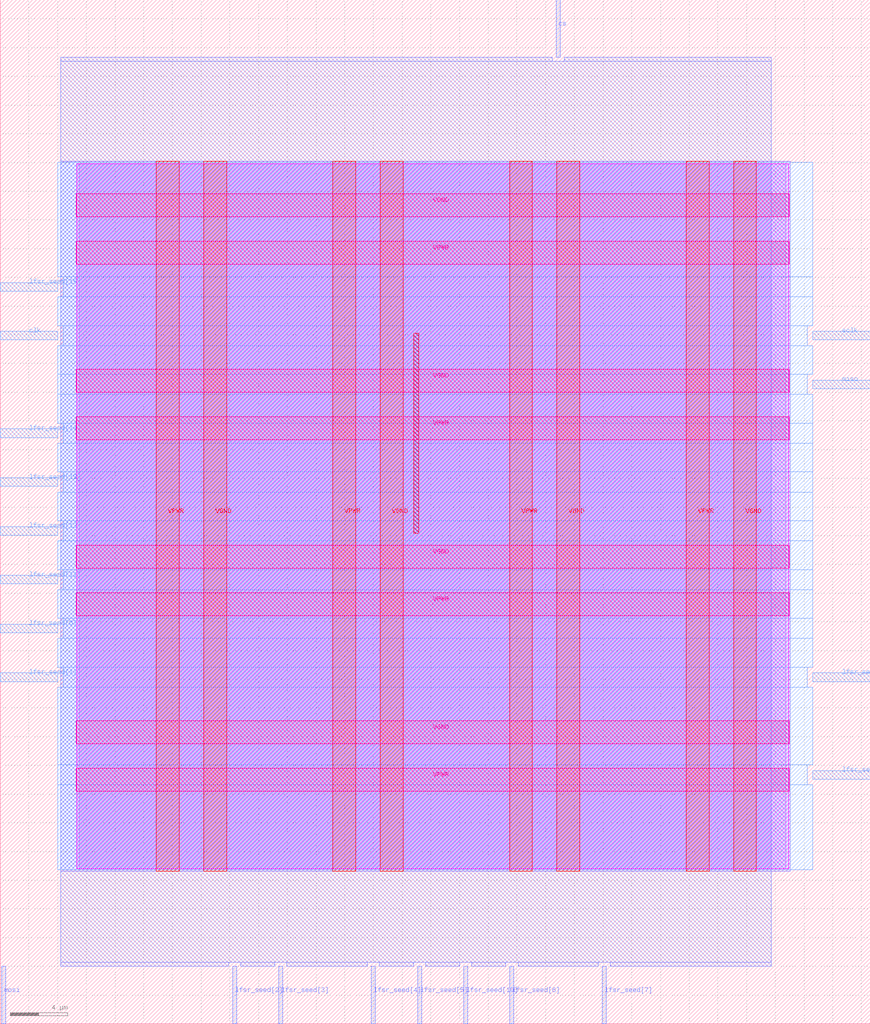
<source format=lef>
VERSION 5.7 ;
  NOWIREEXTENSIONATPIN ON ;
  DIVIDERCHAR "/" ;
  BUSBITCHARS "[]" ;
MACRO spi_slave3
  CLASS BLOCK ;
  FOREIGN spi_slave3 ;
  ORIGIN 0.000 0.000 ;
  SIZE 60.610 BY 71.330 ;
  PIN VGND
    DIRECTION INOUT ;
    USE GROUND ;
    PORT
      LAYER met4 ;
        RECT 14.170 10.640 15.770 60.080 ;
    END
    PORT
      LAYER met4 ;
        RECT 26.475 10.640 28.075 60.080 ;
    END
    PORT
      LAYER met4 ;
        RECT 38.780 10.640 40.380 60.080 ;
    END
    PORT
      LAYER met4 ;
        RECT 51.085 10.640 52.685 60.080 ;
    END
    PORT
      LAYER met5 ;
        RECT 5.280 19.500 54.980 21.100 ;
    END
    PORT
      LAYER met5 ;
        RECT 5.280 31.740 54.980 33.340 ;
    END
    PORT
      LAYER met5 ;
        RECT 5.280 43.980 54.980 45.580 ;
    END
    PORT
      LAYER met5 ;
        RECT 5.280 56.220 54.980 57.820 ;
    END
  END VGND
  PIN VPWR
    DIRECTION INOUT ;
    USE POWER ;
    PORT
      LAYER met4 ;
        RECT 10.870 10.640 12.470 60.080 ;
    END
    PORT
      LAYER met4 ;
        RECT 23.175 10.640 24.775 60.080 ;
    END
    PORT
      LAYER met4 ;
        RECT 35.480 10.640 37.080 60.080 ;
    END
    PORT
      LAYER met4 ;
        RECT 47.785 10.640 49.385 60.080 ;
    END
    PORT
      LAYER met5 ;
        RECT 5.280 16.200 54.980 17.800 ;
    END
    PORT
      LAYER met5 ;
        RECT 5.280 28.440 54.980 30.040 ;
    END
    PORT
      LAYER met5 ;
        RECT 5.280 40.680 54.980 42.280 ;
    END
    PORT
      LAYER met5 ;
        RECT 5.280 52.920 54.980 54.520 ;
    END
  END VPWR
  PIN clk
    DIRECTION INPUT ;
    USE SIGNAL ;
    ANTENNAGATEAREA 0.852000 ;
    PORT
      LAYER met3 ;
        RECT 0.000 47.640 4.000 48.240 ;
    END
  END clk
  PIN cs
    DIRECTION INPUT ;
    USE SIGNAL ;
    ANTENNAGATEAREA 0.196500 ;
    PORT
      LAYER met2 ;
        RECT 38.730 67.330 39.010 71.330 ;
    END
  END cs
  PIN lfsr_seed[0]
    DIRECTION INPUT ;
    USE SIGNAL ;
    ANTENNAGATEAREA 0.196500 ;
    PORT
      LAYER met3 ;
        RECT 0.000 27.240 4.000 27.840 ;
    END
  END lfsr_seed[0]
  PIN lfsr_seed[10]
    DIRECTION INPUT ;
    USE SIGNAL ;
    ANTENNAGATEAREA 0.196500 ;
    PORT
      LAYER met2 ;
        RECT 32.290 0.000 32.570 4.000 ;
    END
  END lfsr_seed[10]
  PIN lfsr_seed[11]
    DIRECTION INPUT ;
    USE SIGNAL ;
    ANTENNAGATEAREA 0.196500 ;
    PORT
      LAYER met3 ;
        RECT 0.000 30.640 4.000 31.240 ;
    END
  END lfsr_seed[11]
  PIN lfsr_seed[12]
    DIRECTION INPUT ;
    USE SIGNAL ;
    ANTENNAGATEAREA 0.196500 ;
    PORT
      LAYER met3 ;
        RECT 0.000 34.040 4.000 34.640 ;
    END
  END lfsr_seed[12]
  PIN lfsr_seed[13]
    DIRECTION INPUT ;
    USE SIGNAL ;
    ANTENNAGATEAREA 0.196500 ;
    PORT
      LAYER met3 ;
        RECT 0.000 37.440 4.000 38.040 ;
    END
  END lfsr_seed[13]
  PIN lfsr_seed[14]
    DIRECTION INPUT ;
    USE SIGNAL ;
    ANTENNAGATEAREA 0.196500 ;
    PORT
      LAYER met3 ;
        RECT 0.000 40.840 4.000 41.440 ;
    END
  END lfsr_seed[14]
  PIN lfsr_seed[15]
    DIRECTION INPUT ;
    USE SIGNAL ;
    ANTENNAGATEAREA 0.196500 ;
    PORT
      LAYER met3 ;
        RECT 0.000 51.040 4.000 51.640 ;
    END
  END lfsr_seed[15]
  PIN lfsr_seed[1]
    DIRECTION INPUT ;
    USE SIGNAL ;
    ANTENNAGATEAREA 0.196500 ;
    PORT
      LAYER met3 ;
        RECT 0.000 23.840 4.000 24.440 ;
    END
  END lfsr_seed[1]
  PIN lfsr_seed[2]
    DIRECTION INPUT ;
    USE SIGNAL ;
    ANTENNAGATEAREA 0.196500 ;
    PORT
      LAYER met2 ;
        RECT 16.190 0.000 16.470 4.000 ;
    END
  END lfsr_seed[2]
  PIN lfsr_seed[3]
    DIRECTION INPUT ;
    USE SIGNAL ;
    ANTENNAGATEAREA 0.196500 ;
    PORT
      LAYER met2 ;
        RECT 19.410 0.000 19.690 4.000 ;
    END
  END lfsr_seed[3]
  PIN lfsr_seed[4]
    DIRECTION INPUT ;
    USE SIGNAL ;
    ANTENNAGATEAREA 0.196500 ;
    PORT
      LAYER met2 ;
        RECT 25.850 0.000 26.130 4.000 ;
    END
  END lfsr_seed[4]
  PIN lfsr_seed[5]
    DIRECTION INPUT ;
    USE SIGNAL ;
    ANTENNAGATEAREA 0.196500 ;
    PORT
      LAYER met2 ;
        RECT 29.070 0.000 29.350 4.000 ;
    END
  END lfsr_seed[5]
  PIN lfsr_seed[6]
    DIRECTION INPUT ;
    USE SIGNAL ;
    ANTENNAGATEAREA 0.196500 ;
    PORT
      LAYER met2 ;
        RECT 35.510 0.000 35.790 4.000 ;
    END
  END lfsr_seed[6]
  PIN lfsr_seed[7]
    DIRECTION INPUT ;
    USE SIGNAL ;
    ANTENNAGATEAREA 0.196500 ;
    PORT
      LAYER met2 ;
        RECT 41.950 0.000 42.230 4.000 ;
    END
  END lfsr_seed[7]
  PIN lfsr_seed[8]
    DIRECTION INPUT ;
    USE SIGNAL ;
    ANTENNAGATEAREA 0.196500 ;
    PORT
      LAYER met3 ;
        RECT 56.610 17.040 60.610 17.640 ;
    END
  END lfsr_seed[8]
  PIN lfsr_seed[9]
    DIRECTION INPUT ;
    USE SIGNAL ;
    ANTENNAGATEAREA 0.196500 ;
    PORT
      LAYER met3 ;
        RECT 56.610 23.840 60.610 24.440 ;
    END
  END lfsr_seed[9]
  PIN miso
    DIRECTION OUTPUT ;
    USE SIGNAL ;
    ANTENNADIFFAREA 0.445500 ;
    PORT
      LAYER met3 ;
        RECT 56.610 44.240 60.610 44.840 ;
    END
  END miso
  PIN mosi
    DIRECTION INPUT ;
    USE SIGNAL ;
    PORT
      LAYER met2 ;
        RECT 0.090 0.000 0.370 4.000 ;
    END
  END mosi
  PIN sclk
    DIRECTION INPUT ;
    USE SIGNAL ;
    ANTENNAGATEAREA 0.196500 ;
    PORT
      LAYER met3 ;
        RECT 56.610 47.640 60.610 48.240 ;
    END
  END sclk
  OBS
      LAYER nwell ;
        RECT 5.330 10.795 54.930 59.925 ;
      LAYER li1 ;
        RECT 5.520 10.795 54.740 59.925 ;
      LAYER met1 ;
        RECT 4.210 10.640 55.040 60.080 ;
      LAYER met2 ;
        RECT 4.230 67.050 38.450 67.330 ;
        RECT 39.290 67.050 53.720 67.330 ;
        RECT 4.230 4.280 53.720 67.050 ;
        RECT 4.230 4.000 15.910 4.280 ;
        RECT 16.750 4.000 19.130 4.280 ;
        RECT 19.970 4.000 25.570 4.280 ;
        RECT 26.410 4.000 28.790 4.280 ;
        RECT 29.630 4.000 32.010 4.280 ;
        RECT 32.850 4.000 35.230 4.280 ;
        RECT 36.070 4.000 41.670 4.280 ;
        RECT 42.510 4.000 53.720 4.280 ;
      LAYER met3 ;
        RECT 3.990 52.040 56.610 60.005 ;
        RECT 4.400 50.640 56.610 52.040 ;
        RECT 3.990 48.640 56.610 50.640 ;
        RECT 4.400 47.240 56.210 48.640 ;
        RECT 3.990 45.240 56.610 47.240 ;
        RECT 3.990 43.840 56.210 45.240 ;
        RECT 3.990 41.840 56.610 43.840 ;
        RECT 4.400 40.440 56.610 41.840 ;
        RECT 3.990 38.440 56.610 40.440 ;
        RECT 4.400 37.040 56.610 38.440 ;
        RECT 3.990 35.040 56.610 37.040 ;
        RECT 4.400 33.640 56.610 35.040 ;
        RECT 3.990 31.640 56.610 33.640 ;
        RECT 4.400 30.240 56.610 31.640 ;
        RECT 3.990 28.240 56.610 30.240 ;
        RECT 4.400 26.840 56.610 28.240 ;
        RECT 3.990 24.840 56.610 26.840 ;
        RECT 4.400 23.440 56.210 24.840 ;
        RECT 3.990 18.040 56.610 23.440 ;
        RECT 3.990 16.640 56.210 18.040 ;
        RECT 3.990 10.715 56.610 16.640 ;
      LAYER met4 ;
        RECT 28.815 34.175 29.145 48.105 ;
  END
END spi_slave3
END LIBRARY


</source>
